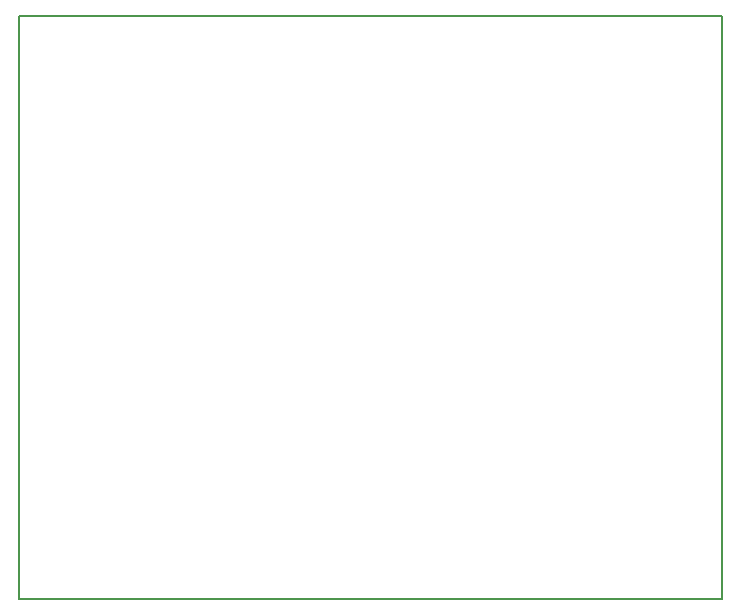
<source format=gm1>
G04 MADE WITH FRITZING*
G04 WWW.FRITZING.ORG*
G04 DOUBLE SIDED*
G04 HOLES PLATED*
G04 CONTOUR ON CENTER OF CONTOUR VECTOR*
%ASAXBY*%
%FSLAX23Y23*%
%MOIN*%
%OFA0B0*%
%SFA1.0B1.0*%
%ADD10R,2.352630X1.952870*%
%ADD11C,0.008000*%
%ADD10C,0.008*%
%LNCONTOUR*%
G90*
G70*
G54D10*
G54D11*
X8Y1945D02*
X2353Y1945D01*
X2353Y0D01*
X8Y0D01*
X8Y1945D01*
D02*
G04 End of contour*
M02*
</source>
